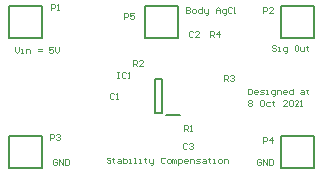
<source format=gto>
G04*
G04 #@! TF.GenerationSoftware,Altium Limited,Altium Designer,20.1.12 (249)*
G04*
G04 Layer_Color=65535*
%FSLAX44Y44*%
%MOMM*%
G71*
G04*
G04 #@! TF.SameCoordinates,CE9DEF06-69A2-4F46-9589-B77C1FE2B784*
G04*
G04*
G04 #@! TF.FilePolarity,Positive*
G04*
G01*
G75*
%ADD10C,0.2000*%
%ADD11C,0.1000*%
D10*
X29200Y116550D02*
Y143450D01*
X800D02*
X29200D01*
X800Y116550D02*
Y143450D01*
Y116550D02*
X29200D01*
Y6550D02*
Y33450D01*
X800D02*
X29200D01*
X800Y6550D02*
Y33450D01*
Y6550D02*
X29200D01*
X259200D02*
Y33450D01*
X230800D02*
X259200D01*
X230800Y6550D02*
Y33450D01*
Y6550D02*
X259200D01*
Y116550D02*
Y143450D01*
X230800D02*
X259200D01*
X230800Y116550D02*
Y143450D01*
Y116550D02*
X259200D01*
X144200D02*
Y143450D01*
X115800D02*
X144200D01*
X115800Y116550D02*
Y143450D01*
Y116550D02*
X144200D01*
X124500Y53000D02*
X130500D01*
X124500D02*
Y82000D01*
X130500D01*
Y53000D02*
Y82000D01*
X134000Y51500D02*
X146000D01*
D11*
X203500Y73562D02*
Y68564D01*
X205999D01*
X206832Y69397D01*
Y72730D01*
X205999Y73562D01*
X203500D01*
X210998Y68564D02*
X209331D01*
X208498Y69397D01*
Y71063D01*
X209331Y71896D01*
X210998D01*
X211831Y71063D01*
Y70230D01*
X208498D01*
X213497Y68564D02*
X215996D01*
X216829Y69397D01*
X215996Y70230D01*
X214330D01*
X213497Y71063D01*
X214330Y71896D01*
X216829D01*
X218495Y68564D02*
X220161D01*
X219328D01*
Y71896D01*
X218495D01*
X224326Y66898D02*
X225160D01*
X225993Y67731D01*
Y71896D01*
X223493D01*
X222660Y71063D01*
Y69397D01*
X223493Y68564D01*
X225993D01*
X227659D02*
Y71896D01*
X230158D01*
X230991Y71063D01*
Y68564D01*
X235156D02*
X233490D01*
X232657Y69397D01*
Y71063D01*
X233490Y71896D01*
X235156D01*
X235989Y71063D01*
Y70230D01*
X232657D01*
X240988Y73562D02*
Y68564D01*
X238489D01*
X237656Y69397D01*
Y71063D01*
X238489Y71896D01*
X240988D01*
X248485D02*
X250151D01*
X250984Y71063D01*
Y68564D01*
X248485D01*
X247652Y69397D01*
X248485Y70230D01*
X250984D01*
X253484Y72730D02*
Y71896D01*
X252651D01*
X254317D01*
X253484D01*
Y69397D01*
X254317Y68564D01*
X203500Y62665D02*
X204333Y63498D01*
X205999D01*
X206832Y62665D01*
Y61832D01*
X205999Y60999D01*
X206832Y60166D01*
Y59333D01*
X205999Y58500D01*
X204333D01*
X203500Y59333D01*
Y60166D01*
X204333Y60999D01*
X203500Y61832D01*
Y62665D01*
X204333Y60999D02*
X205999D01*
X215996Y63498D02*
X214330D01*
X213497Y62665D01*
Y59333D01*
X214330Y58500D01*
X215996D01*
X216829Y59333D01*
Y62665D01*
X215996Y63498D01*
X221827Y61832D02*
X219328D01*
X218495Y60999D01*
Y59333D01*
X219328Y58500D01*
X221827D01*
X224326Y62665D02*
Y61832D01*
X223493D01*
X225160D01*
X224326D01*
Y59333D01*
X225160Y58500D01*
X235989D02*
X232657D01*
X235989Y61832D01*
Y62665D01*
X235156Y63498D01*
X233490D01*
X232657Y62665D01*
X237656D02*
X238489Y63498D01*
X240155D01*
X240988Y62665D01*
Y59333D01*
X240155Y58500D01*
X238489D01*
X237656Y59333D01*
Y62665D01*
X245986Y58500D02*
X242654D01*
X245986Y61832D01*
Y62665D01*
X245153Y63498D01*
X243487D01*
X242654Y62665D01*
X247652Y58500D02*
X249318D01*
X248485D01*
Y63498D01*
X247652Y62665D01*
X86832Y14331D02*
X85999Y15165D01*
X84333D01*
X83500Y14331D01*
Y13498D01*
X84333Y12665D01*
X85999D01*
X86832Y11832D01*
Y10999D01*
X85999Y10166D01*
X84333D01*
X83500Y10999D01*
X89331Y14331D02*
Y13498D01*
X88498D01*
X90164D01*
X89331D01*
Y10999D01*
X90164Y10166D01*
X93497Y13498D02*
X95163D01*
X95996Y12665D01*
Y10166D01*
X93497D01*
X92664Y10999D01*
X93497Y11832D01*
X95996D01*
X97662Y15165D02*
Y10166D01*
X100161D01*
X100994Y10999D01*
Y11832D01*
Y12665D01*
X100161Y13498D01*
X97662D01*
X102660Y10166D02*
X104326D01*
X103493D01*
Y13498D01*
X102660D01*
X106826Y10166D02*
X108492D01*
X107659D01*
Y15165D01*
X106826D01*
X110991Y10166D02*
X112657D01*
X111824D01*
Y13498D01*
X110991D01*
X115989Y14331D02*
Y13498D01*
X115156D01*
X116823D01*
X115989D01*
Y10999D01*
X116823Y10166D01*
X119322Y13498D02*
Y10999D01*
X120155Y10166D01*
X122654D01*
Y9333D01*
X121821Y8500D01*
X120988D01*
X122654Y10166D02*
Y13498D01*
X132651Y14331D02*
X131818Y15165D01*
X130152D01*
X129318Y14331D01*
Y10999D01*
X130152Y10166D01*
X131818D01*
X132651Y10999D01*
X135150Y10166D02*
X136816D01*
X137649Y10999D01*
Y12665D01*
X136816Y13498D01*
X135150D01*
X134317Y12665D01*
Y10999D01*
X135150Y10166D01*
X139315D02*
Y13498D01*
X140148D01*
X140981Y12665D01*
Y10166D01*
Y12665D01*
X141814Y13498D01*
X142647Y12665D01*
Y10166D01*
X144313Y8500D02*
Y13498D01*
X146813D01*
X147646Y12665D01*
Y10999D01*
X146813Y10166D01*
X144313D01*
X151811D02*
X150145D01*
X149312Y10999D01*
Y12665D01*
X150145Y13498D01*
X151811D01*
X152644Y12665D01*
Y11832D01*
X149312D01*
X154310Y10166D02*
Y13498D01*
X156809D01*
X157642Y12665D01*
Y10166D01*
X159309D02*
X161808D01*
X162641Y10999D01*
X161808Y11832D01*
X160142D01*
X159309Y12665D01*
X160142Y13498D01*
X162641D01*
X165140D02*
X166806D01*
X167639Y12665D01*
Y10166D01*
X165140D01*
X164307Y10999D01*
X165140Y11832D01*
X167639D01*
X170138Y14331D02*
Y13498D01*
X169305D01*
X170971D01*
X170138D01*
Y10999D01*
X170971Y10166D01*
X173471D02*
X175137D01*
X174304D01*
Y13498D01*
X173471D01*
X178469Y10166D02*
X180135D01*
X180968Y10999D01*
Y12665D01*
X180135Y13498D01*
X178469D01*
X177636Y12665D01*
Y10999D01*
X178469Y10166D01*
X182634D02*
Y13498D01*
X185133D01*
X185967Y12665D01*
Y10166D01*
X6000Y108498D02*
Y105166D01*
X7666Y103500D01*
X9332Y105166D01*
Y108498D01*
X10998Y103500D02*
X12665D01*
X11831D01*
Y106832D01*
X10998D01*
X15164Y103500D02*
Y106832D01*
X17663D01*
X18496Y105999D01*
Y103500D01*
X25160Y105166D02*
X28493D01*
X25160Y106832D02*
X28493D01*
X38489Y108498D02*
X35157D01*
Y105999D01*
X36823Y106832D01*
X37656D01*
X38489Y105999D01*
Y104333D01*
X37656Y103500D01*
X35990D01*
X35157Y104333D01*
X40156Y108498D02*
Y105166D01*
X41822Y103500D01*
X43488Y105166D01*
Y108498D01*
X41832Y12665D02*
X40999Y13498D01*
X39333D01*
X38500Y12665D01*
Y9333D01*
X39333Y8500D01*
X40999D01*
X41832Y9333D01*
Y10999D01*
X40166D01*
X43498Y8500D02*
Y13498D01*
X46831Y8500D01*
Y13498D01*
X48497D02*
Y8500D01*
X50996D01*
X51829Y9333D01*
Y12665D01*
X50996Y13498D01*
X48497D01*
X214332Y12665D02*
X213499Y13498D01*
X211833D01*
X211000Y12665D01*
Y9333D01*
X211833Y8500D01*
X213499D01*
X214332Y9333D01*
Y10999D01*
X212666D01*
X215998Y8500D02*
Y13498D01*
X219331Y8500D01*
Y13498D01*
X220997D02*
Y8500D01*
X223496D01*
X224329Y9333D01*
Y12665D01*
X223496Y13498D01*
X220997D01*
X226832Y109331D02*
X225999Y110164D01*
X224333D01*
X223500Y109331D01*
Y108498D01*
X224333Y107665D01*
X225999D01*
X226832Y106832D01*
Y105999D01*
X225999Y105166D01*
X224333D01*
X223500Y105999D01*
X228498Y105166D02*
X230165D01*
X229331D01*
Y108498D01*
X228498D01*
X234330Y103500D02*
X235163D01*
X235996Y104333D01*
Y108498D01*
X233497D01*
X232664Y107665D01*
Y105999D01*
X233497Y105166D01*
X235996D01*
X245160Y110164D02*
X243493D01*
X242660Y109331D01*
Y105999D01*
X243493Y105166D01*
X245160D01*
X245993Y105999D01*
Y109331D01*
X245160Y110164D01*
X247659Y108498D02*
Y105999D01*
X248492Y105166D01*
X250991D01*
Y108498D01*
X253490Y109331D02*
Y108498D01*
X252657D01*
X254323D01*
X253490D01*
Y105999D01*
X254323Y105166D01*
X151000Y142664D02*
Y137666D01*
X153499D01*
X154332Y138499D01*
Y139332D01*
X153499Y140165D01*
X151000D01*
X153499D01*
X154332Y140998D01*
Y141831D01*
X153499Y142664D01*
X151000D01*
X156831Y137666D02*
X158497D01*
X159331Y138499D01*
Y140165D01*
X158497Y140998D01*
X156831D01*
X155998Y140165D01*
Y138499D01*
X156831Y137666D01*
X164329Y142664D02*
Y137666D01*
X161830D01*
X160997Y138499D01*
Y140165D01*
X161830Y140998D01*
X164329D01*
X165995D02*
Y138499D01*
X166828Y137666D01*
X169327D01*
Y136833D01*
X168494Y136000D01*
X167661D01*
X169327Y137666D02*
Y140998D01*
X175992Y137666D02*
Y140998D01*
X177658Y142664D01*
X179324Y140998D01*
Y137666D01*
Y140165D01*
X175992D01*
X182656Y136000D02*
X183489D01*
X184322Y136833D01*
Y140998D01*
X181823D01*
X180990Y140165D01*
Y138499D01*
X181823Y137666D01*
X184322D01*
X189321Y141831D02*
X188488Y142664D01*
X186822D01*
X185989Y141831D01*
Y138499D01*
X186822Y137666D01*
X188488D01*
X189321Y138499D01*
X190987Y137666D02*
X192653D01*
X191820D01*
Y142664D01*
X190987D01*
X36668Y140001D02*
Y144999D01*
X39167D01*
X40000Y144166D01*
Y142500D01*
X39167Y141667D01*
X36668D01*
X41666Y140001D02*
X43332D01*
X42499D01*
Y144999D01*
X41666Y144166D01*
X35835Y30001D02*
Y34999D01*
X38334D01*
X39167Y34166D01*
Y32500D01*
X38334Y31667D01*
X35835D01*
X40833Y34166D02*
X41666Y34999D01*
X43332D01*
X44165Y34166D01*
Y33333D01*
X43332Y32500D01*
X42499D01*
X43332D01*
X44165Y31667D01*
Y30834D01*
X43332Y30001D01*
X41666D01*
X40833Y30834D01*
X215835Y27501D02*
Y32499D01*
X218334D01*
X219167Y31666D01*
Y30000D01*
X218334Y29167D01*
X215835D01*
X223332Y27501D02*
Y32499D01*
X220833Y30000D01*
X224165D01*
X215835Y137501D02*
Y142499D01*
X218334D01*
X219167Y141666D01*
Y140000D01*
X218334Y139167D01*
X215835D01*
X224165Y137501D02*
X220833D01*
X224165Y140833D01*
Y141666D01*
X223332Y142499D01*
X221666D01*
X220833Y141666D01*
X170835Y117501D02*
Y122499D01*
X173334D01*
X174167Y121666D01*
Y120000D01*
X173334Y119167D01*
X170835D01*
X172501D02*
X174167Y117501D01*
X178332D02*
Y122499D01*
X175833Y120000D01*
X179165D01*
X98335Y132501D02*
Y137499D01*
X100834D01*
X101667Y136666D01*
Y135000D01*
X100834Y134167D01*
X98335D01*
X106665Y137499D02*
X103333D01*
Y135000D01*
X104999Y135833D01*
X105832D01*
X106665Y135000D01*
Y133334D01*
X105832Y132501D01*
X104166D01*
X103333Y133334D01*
X105835Y92501D02*
Y97499D01*
X108334D01*
X109167Y96666D01*
Y95000D01*
X108334Y94167D01*
X105835D01*
X107501D02*
X109167Y92501D01*
X114165D02*
X110833D01*
X114165Y95833D01*
Y96666D01*
X113332Y97499D01*
X111666D01*
X110833Y96666D01*
X92085Y87499D02*
X93751D01*
X92918D01*
Y82501D01*
X92085D01*
X93751D01*
X99583Y86666D02*
X98750Y87499D01*
X97084D01*
X96250Y86666D01*
Y83334D01*
X97084Y82501D01*
X98750D01*
X99583Y83334D01*
X101249Y82501D02*
X102915D01*
X102082D01*
Y87499D01*
X101249Y86666D01*
X151667Y26666D02*
X150834Y27499D01*
X149168D01*
X148335Y26666D01*
Y23334D01*
X149168Y22501D01*
X150834D01*
X151667Y23334D01*
X153333Y26666D02*
X154166Y27499D01*
X155832D01*
X156665Y26666D01*
Y25833D01*
X155832Y25000D01*
X154999D01*
X155832D01*
X156665Y24167D01*
Y23334D01*
X155832Y22501D01*
X154166D01*
X153333Y23334D01*
X149168Y37501D02*
Y42499D01*
X151667D01*
X152500Y41666D01*
Y40000D01*
X151667Y39167D01*
X149168D01*
X150834D02*
X152500Y37501D01*
X154166D02*
X155832D01*
X154999D01*
Y42499D01*
X154166Y41666D01*
X90000Y69166D02*
X89167Y69999D01*
X87501D01*
X86668Y69166D01*
Y65834D01*
X87501Y65001D01*
X89167D01*
X90000Y65834D01*
X91666Y65001D02*
X93332D01*
X92499D01*
Y69999D01*
X91666Y69166D01*
X156667Y121666D02*
X155834Y122499D01*
X154168D01*
X153335Y121666D01*
Y118334D01*
X154168Y117501D01*
X155834D01*
X156667Y118334D01*
X161665Y117501D02*
X158333D01*
X161665Y120833D01*
Y121666D01*
X160832Y122499D01*
X159166D01*
X158333Y121666D01*
X183335Y80001D02*
Y84999D01*
X185834D01*
X186667Y84166D01*
Y82500D01*
X185834Y81667D01*
X183335D01*
X185001D02*
X186667Y80001D01*
X188333Y84166D02*
X189166Y84999D01*
X190832D01*
X191665Y84166D01*
Y83333D01*
X190832Y82500D01*
X189999D01*
X190832D01*
X191665Y81667D01*
Y80834D01*
X190832Y80001D01*
X189166D01*
X188333Y80834D01*
M02*

</source>
